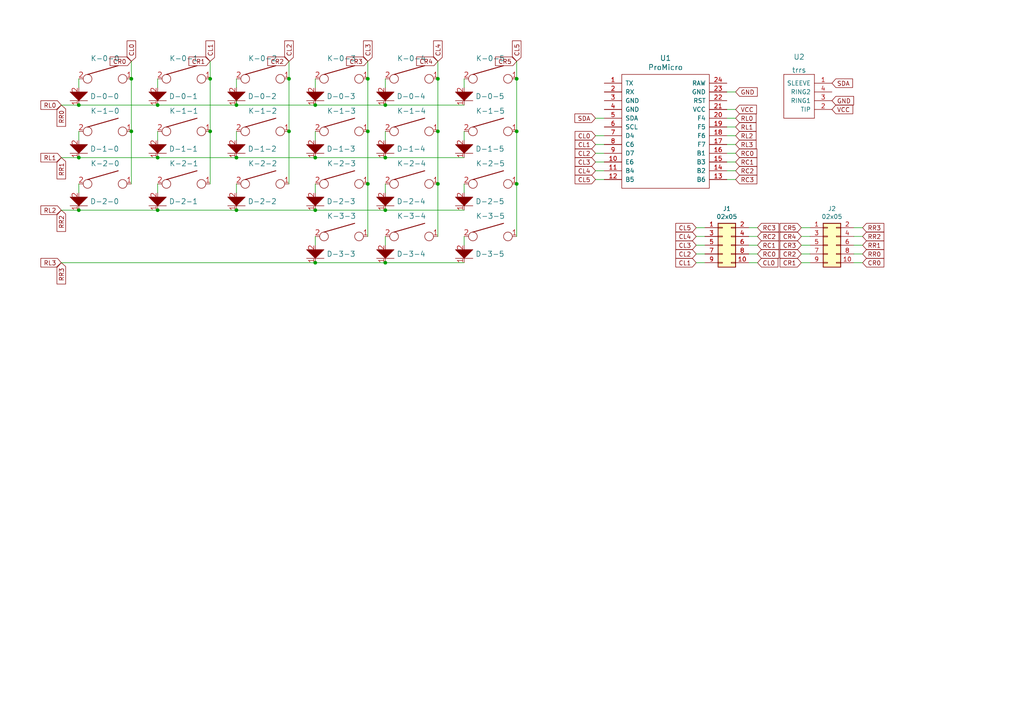
<source format=kicad_sch>
(kicad_sch (version 20211123) (generator eeschema)
  (paper "A4")
  (lib_symbols
    (symbol "keyboard-kicad-lib:trrs" (pin_names (offset 1.016))
      (property "Reference" "U" (at 0 15.24 0))
      (property "Value" "trrs" (at 0 -2.54 0))
      (symbol "trrs_0_1"
        (rectangle (start -3.81 0) (end -3.81 12.7))
        (rectangle (start -3.81 12.7) (end 5.08 12.7))
        (rectangle (start 5.08 0) (end -3.81 0))
        (rectangle (start 5.08 12.7) (end 5.08 0))
      )
      (symbol "trrs_1_1"
        (pin input line (at -8.89 2.54 0) (length 5.08) (name "SLEEVE") (number "1"))
        (pin input line (at -8.89 10.16 0) (length 5.08) (name "TIP") (number "2"))
        (pin input line (at -8.89 7.62 0) (length 5.08) (name "RING1") (number "3"))
        (pin input line (at -8.89 5.08 0) (length 5.08) (name "RING2") (number "4"))
      )
    )
    (symbol "kibod-01-rescue:D-keyboard_parts" (pin_names (offset 1.016))
      (property "Reference" "D" (at -3.81 -1.27 90))
      (symbol "D-keyboard_parts_0_1"
        (polyline (pts (xy -2.54 0) (xy 2.54 0)))
        (polyline (pts (xy 0 0) (xy -2.54 -2.54) (xy 2.54 -2.54) (xy 0 0)) (fill (type outline)))
      )
      (symbol "D-keyboard_parts_1_1"
        (pin passive line (at 0 1.27 270) (length 1.27) (name "~") (number "1"))
        (pin passive line (at 0 -3.81 90) (length 1.27) (name "~") (number "2"))
      )
    )
    (symbol "kibod-01-rescue:KEYSW-keyboard_parts" (pin_names (offset 1.016))
      (property "Reference" "K?" (at -1.27 0 0))
      (symbol "KEYSW-keyboard_parts_0_1"
        (circle (center -5.08 0) (radius 1.27))
        (polyline (pts (xy -5.08 1.27) (xy 3.81 3.81)) (stroke (width 0.254)))
        (circle (center 5.08 0) (radius 1.27))
      )
      (symbol "KEYSW-keyboard_parts_1_1"
        (pin passive line (at 7.62 0 180) (length 1.27) (name "~") (number "1"))
        (pin passive line (at -7.62 0 0) (length 1.27) (name "~") (number "2"))
      )
    )
    (symbol "kibod-01-rescue:ProMicro-promicro" (pin_names (offset 1.016))
      (property "Reference" "U" (at 0 24.13 0))
      (property "Value" "ProMicro-promicro" (at 0 -13.97 0))
      (symbol "ProMicro-promicro_0_1"
        (rectangle (start -12.7 21.59) (end 12.7 -11.43))
      )
      (symbol "ProMicro-promicro_1_1"
        (pin bidirectional line (at -17.78 19.05 0) (length 5.08) (name "TX") (number "1"))
        (pin bidirectional line (at -17.78 -3.81 0) (length 5.08) (name "E6") (number "10"))
        (pin bidirectional line (at -17.78 -6.35 0) (length 5.08) (name "B4") (number "11"))
        (pin bidirectional line (at -17.78 -8.89 0) (length 5.08) (name "B5") (number "12"))
        (pin bidirectional line (at 17.78 -8.89 180) (length 5.08) (name "B6") (number "13"))
        (pin bidirectional line (at 17.78 -6.35 180) (length 5.08) (name "B2") (number "14"))
        (pin bidirectional line (at 17.78 -3.81 180) (length 5.08) (name "B3") (number "15"))
        (pin bidirectional line (at 17.78 -1.27 180) (length 5.08) (name "B1") (number "16"))
        (pin bidirectional line (at 17.78 1.27 180) (length 5.08) (name "F7") (number "17"))
        (pin bidirectional line (at 17.78 3.81 180) (length 5.08) (name "F6") (number "18"))
        (pin bidirectional line (at 17.78 6.35 180) (length 5.08) (name "F5") (number "19"))
        (pin bidirectional line (at -17.78 16.51 0) (length 5.08) (name "RX") (number "2"))
        (pin bidirectional line (at 17.78 8.89 180) (length 5.08) (name "F4") (number "20"))
        (pin power_in line (at 17.78 11.43 180) (length 5.08) (name "VCC") (number "21"))
        (pin input line (at 17.78 13.97 180) (length 5.08) (name "RST") (number "22"))
        (pin power_in line (at 17.78 16.51 180) (length 5.08) (name "GND") (number "23"))
        (pin power_out line (at 17.78 19.05 180) (length 5.08) (name "RAW") (number "24"))
        (pin power_in line (at -17.78 13.97 0) (length 5.08) (name "GND") (number "3"))
        (pin power_in line (at -17.78 11.43 0) (length 5.08) (name "GND") (number "4"))
        (pin bidirectional line (at -17.78 8.89 0) (length 5.08) (name "SDA") (number "5"))
        (pin bidirectional line (at -17.78 6.35 0) (length 5.08) (name "SCL") (number "6"))
        (pin bidirectional line (at -17.78 3.81 0) (length 5.08) (name "D4") (number "7"))
        (pin bidirectional line (at -17.78 1.27 0) (length 5.08) (name "C6") (number "8"))
        (pin bidirectional line (at -17.78 -1.27 0) (length 5.08) (name "D7") (number "9"))
      )
    )
    (symbol "rick-kicad-lib:02x05" (pin_names (offset 1.016) hide)
      (property "Reference" "J" (at 1.27 7.62 0))
      (property "Value" "02x05" (at 1.27 -7.62 0))
      (symbol "02x05_1_1"
        (rectangle (start -1.27 -4.953) (end 0 -5.207) (stroke (width 0.1524)))
        (rectangle (start -1.27 -2.413) (end 0 -2.667) (stroke (width 0.1524)))
        (rectangle (start -1.27 0.127) (end 0 -0.127) (stroke (width 0.1524)))
        (rectangle (start -1.27 2.667) (end 0 2.413) (stroke (width 0.1524)))
        (rectangle (start -1.27 5.207) (end 0 4.953) (stroke (width 0.1524)))
        (rectangle (start -1.27 6.35) (end 3.81 -6.35) (stroke (width 0.254)) (fill (type background)))
        (rectangle (start 3.81 -4.953) (end 2.54 -5.207) (stroke (width 0.1524)))
        (rectangle (start 3.81 -2.413) (end 2.54 -2.667) (stroke (width 0.1524)))
        (rectangle (start 3.81 0.127) (end 2.54 -0.127) (stroke (width 0.1524)))
        (rectangle (start 3.81 2.667) (end 2.54 2.413) (stroke (width 0.1524)))
        (rectangle (start 3.81 5.207) (end 2.54 4.953) (stroke (width 0.1524)))
        (pin passive line (at -5.08 5.08 0) (length 3.81) (name "Pin_1") (number "1"))
        (pin passive line (at 7.62 -5.08 180) (length 3.81) (name "Pin_10") (number "10"))
        (pin passive line (at 7.62 5.08 180) (length 3.81) (name "Pin_2") (number "2"))
        (pin passive line (at -5.08 2.54 0) (length 3.81) (name "Pin_3") (number "3"))
        (pin passive line (at 7.62 2.54 180) (length 3.81) (name "Pin_4") (number "4"))
        (pin passive line (at -5.08 0 0) (length 3.81) (name "Pin_5") (number "5"))
        (pin passive line (at 7.62 0 180) (length 3.81) (name "Pin_6") (number "6"))
        (pin passive line (at -5.08 -2.54 0) (length 3.81) (name "Pin_7") (number "7"))
        (pin passive line (at 7.62 -2.54 180) (length 3.81) (name "Pin_8") (number "8"))
        (pin passive line (at -5.08 -5.08 0) (length 3.81) (name "Pin_9") (number "9"))
      )
    )
  )
  (junction (at 149.86 53.34))
  (junction (at 111.76 30.48))
  (junction (at 68.58 60.96))
  (junction (at 45.72 60.96))
  (junction (at 83.82 22.86))
  (junction (at 91.44 76.2))
  (junction (at 149.86 22.86))
  (junction (at 38.1 22.86))
  (junction (at 60.96 22.86))
  (junction (at 22.86 60.96))
  (junction (at 111.76 60.96))
  (junction (at 91.44 60.96))
  (junction (at 106.68 53.34))
  (junction (at 106.68 22.86))
  (junction (at 22.86 45.72))
  (junction (at 149.86 38.1))
  (junction (at 68.58 30.48))
  (junction (at 83.82 38.1))
  (junction (at 38.1 38.1))
  (junction (at 111.76 45.72))
  (junction (at 127 53.34))
  (junction (at 45.72 30.48))
  (junction (at 91.44 30.48))
  (junction (at 111.76 76.2))
  (junction (at 68.58 45.72))
  (junction (at 127 22.86))
  (junction (at 127 38.1))
  (junction (at 22.86 30.48))
  (junction (at 60.96 38.1))
  (junction (at 45.72 45.72))
  (junction (at 91.44 45.72))
  (junction (at 106.68 38.1))
  (wire (pts (xy 175.26 41.91) (xy 172.72 41.91)))
  (wire (pts (xy 149.86 53.34) (xy 149.86 68.58)))
  (wire (pts (xy 106.68 22.86) (xy 106.68 38.1)))
  (wire (pts (xy 22.86 53.34) (xy 22.86 55.88)))
  (wire (pts (xy 22.86 22.86) (xy 22.86 25.4)))
  (wire (pts (xy 83.82 17.78) (xy 83.82 22.86)))
  (wire (pts (xy 213.36 52.07) (xy 210.82 52.07)))
  (wire (pts (xy 111.76 22.86) (xy 111.76 25.4)))
  (wire (pts (xy 111.76 38.1) (xy 111.76 40.64)))
  (wire (pts (xy 111.76 68.58) (xy 111.76 71.12)))
  (wire (pts (xy 210.82 49.53) (xy 213.36 49.53)))
  (wire (pts (xy 45.72 53.34) (xy 45.72 55.88)))
  (wire (pts (xy 234.95 76.2) (xy 232.41 76.2)))
  (wire (pts (xy 213.36 31.75) (xy 210.82 31.75)))
  (wire (pts (xy 60.96 38.1) (xy 60.96 53.34)))
  (wire (pts (xy 234.95 71.12) (xy 232.41 71.12)))
  (wire (pts (xy 250.19 71.12) (xy 247.65 71.12)))
  (wire (pts (xy 91.44 60.96) (xy 111.76 60.96)))
  (wire (pts (xy 45.72 60.96) (xy 68.58 60.96)))
  (wire (pts (xy 45.72 30.48) (xy 68.58 30.48)))
  (wire (pts (xy 149.86 17.78) (xy 149.86 22.86)))
  (wire (pts (xy 213.36 41.91) (xy 210.82 41.91)))
  (wire (pts (xy 91.44 68.58) (xy 91.44 71.12)))
  (wire (pts (xy 91.44 76.2) (xy 111.76 76.2)))
  (wire (pts (xy 45.72 38.1) (xy 45.72 40.64)))
  (wire (pts (xy 172.72 52.07) (xy 175.26 52.07)))
  (wire (pts (xy 83.82 22.86) (xy 83.82 38.1)))
  (wire (pts (xy 106.68 53.34) (xy 106.68 68.58)))
  (wire (pts (xy 68.58 22.86) (xy 68.58 25.4)))
  (wire (pts (xy 134.62 68.58) (xy 134.62 71.12)))
  (wire (pts (xy 106.68 53.34) (xy 106.68 38.1)))
  (wire (pts (xy 91.44 53.34) (xy 91.44 55.88)))
  (wire (pts (xy 17.78 76.2) (xy 91.44 76.2)))
  (wire (pts (xy 111.76 53.34) (xy 111.76 55.88)))
  (wire (pts (xy 219.71 66.04) (xy 217.17 66.04)))
  (wire (pts (xy 68.58 60.96) (xy 91.44 60.96)))
  (wire (pts (xy 217.17 73.66) (xy 219.71 73.66)))
  (wire (pts (xy 172.72 49.53) (xy 175.26 49.53)))
  (wire (pts (xy 111.76 76.2) (xy 134.62 76.2)))
  (wire (pts (xy 17.78 30.48) (xy 22.86 30.48)))
  (wire (pts (xy 127 38.1) (xy 127 53.34)))
  (wire (pts (xy 210.82 44.45) (xy 213.36 44.45)))
  (wire (pts (xy 219.71 76.2) (xy 217.17 76.2)))
  (wire (pts (xy 172.72 34.29) (xy 175.26 34.29)))
  (wire (pts (xy 91.44 30.48) (xy 111.76 30.48)))
  (wire (pts (xy 201.93 68.58) (xy 204.47 68.58)))
  (wire (pts (xy 38.1 53.34) (xy 38.1 38.1)))
  (wire (pts (xy 83.82 53.34) (xy 83.82 38.1)))
  (wire (pts (xy 250.19 66.04) (xy 247.65 66.04)))
  (wire (pts (xy 111.76 30.48) (xy 134.62 30.48)))
  (wire (pts (xy 91.44 45.72) (xy 111.76 45.72)))
  (wire (pts (xy 22.86 38.1) (xy 22.86 40.64)))
  (wire (pts (xy 127 17.78) (xy 127 22.86)))
  (wire (pts (xy 219.71 71.12) (xy 217.17 71.12)))
  (wire (pts (xy 172.72 44.45) (xy 175.26 44.45)))
  (wire (pts (xy 213.36 46.99) (xy 210.82 46.99)))
  (wire (pts (xy 134.62 22.86) (xy 134.62 25.4)))
  (wire (pts (xy 149.86 38.1) (xy 149.86 53.34)))
  (wire (pts (xy 22.86 60.96) (xy 17.78 60.96)))
  (wire (pts (xy 149.86 22.86) (xy 149.86 38.1)))
  (wire (pts (xy 106.68 17.78) (xy 106.68 22.86)))
  (wire (pts (xy 175.26 46.99) (xy 172.72 46.99)))
  (wire (pts (xy 134.62 53.34) (xy 134.62 55.88)))
  (wire (pts (xy 172.72 39.37) (xy 175.26 39.37)))
  (wire (pts (xy 22.86 30.48) (xy 45.72 30.48)))
  (wire (pts (xy 213.36 36.83) (xy 210.82 36.83)))
  (wire (pts (xy 134.62 38.1) (xy 134.62 40.64)))
  (wire (pts (xy 22.86 45.72) (xy 17.78 45.72)))
  (wire (pts (xy 204.47 66.04) (xy 201.93 66.04)))
  (wire (pts (xy 250.19 68.58) (xy 247.65 68.58)))
  (wire (pts (xy 38.1 22.86) (xy 38.1 17.78)))
  (wire (pts (xy 232.41 73.66) (xy 234.95 73.66)))
  (wire (pts (xy 204.47 71.12) (xy 201.93 71.12)))
  (wire (pts (xy 127 22.86) (xy 127 38.1)))
  (wire (pts (xy 91.44 38.1) (xy 91.44 40.64)))
  (wire (pts (xy 201.93 73.66) (xy 204.47 73.66)))
  (wire (pts (xy 250.19 76.2) (xy 247.65 76.2)))
  (wire (pts (xy 204.47 76.2) (xy 201.93 76.2)))
  (wire (pts (xy 68.58 29.21) (xy 68.58 30.48)))
  (wire (pts (xy 210.82 39.37) (xy 213.36 39.37)))
  (wire (pts (xy 45.72 22.86) (xy 45.72 25.4)))
  (wire (pts (xy 217.17 68.58) (xy 219.71 68.58)))
  (wire (pts (xy 91.44 45.72) (xy 68.58 45.72)))
  (wire (pts (xy 38.1 22.86) (xy 38.1 38.1)))
  (wire (pts (xy 127 53.34) (xy 127 68.58)))
  (wire (pts (xy 111.76 60.96) (xy 134.62 60.96)))
  (wire (pts (xy 111.76 45.72) (xy 134.62 45.72)))
  (wire (pts (xy 60.96 22.86) (xy 60.96 38.1)))
  (wire (pts (xy 234.95 66.04) (xy 232.41 66.04)))
  (wire (pts (xy 68.58 53.34) (xy 68.58 55.88)))
  (wire (pts (xy 60.96 22.86) (xy 60.96 17.78)))
  (wire (pts (xy 232.41 68.58) (xy 234.95 68.58)))
  (wire (pts (xy 22.86 45.72) (xy 45.72 45.72)))
  (wire (pts (xy 91.44 22.86) (xy 91.44 25.4)))
  (wire (pts (xy 210.82 34.29) (xy 213.36 34.29)))
  (wire (pts (xy 68.58 38.1) (xy 68.58 40.64)))
  (wire (pts (xy 45.72 45.72) (xy 68.58 45.72)))
  (wire (pts (xy 22.86 60.96) (xy 45.72 60.96)))
  (wire (pts (xy 250.19 73.66) (xy 247.65 73.66)))
  (wire (pts (xy 68.58 30.48) (xy 91.44 30.48)))
  (wire (pts (xy 210.82 26.67) (xy 213.36 26.67)))
  (global_label "RR0" (shape input) (at 250.19 73.66 0) (property "Intersheet References" "${INTERSHEET_REFS}" (effects hide)))
  (global_label "RL3" (shape input) (at 213.36 41.91 0) (property "Intersheet References" "${INTERSHEET_REFS}" (effects hide)))
  (global_label "RL2" (shape input) (at 17.78 60.96 180) (property "Intersheet References" "${INTERSHEET_REFS}" (effects hide)))
  (global_label "RR3" (shape input) (at 17.78 76.2 270) (property "Intersheet References" "${INTERSHEET_REFS}" (effects hide)))
  (global_label "CR1" (shape input) (at 232.41 76.2 180) (property "Intersheet References" "${INTERSHEET_REFS}" (effects hide)))
  (global_label "RL1" (shape input) (at 213.36 36.83 0) (property "Intersheet References" "${INTERSHEET_REFS}" (effects hide)))
  (global_label "CR3" (shape input) (at 106.68 17.78 180) (property "Intersheet References" "${INTERSHEET_REFS}" (effects hide)))
  (global_label "CR0" (shape input) (at 38.1 17.78 180) (property "Intersheet References" "${INTERSHEET_REFS}" (effects hide)))
  (global_label "CR2" (shape input) (at 83.82 17.78 180) (property "Intersheet References" "${INTERSHEET_REFS}" (effects hide)))
  (global_label "RL2" (shape input) (at 213.36 39.37 0) (property "Intersheet References" "${INTERSHEET_REFS}" (effects hide)))
  (global_label "GND" (shape input) (at 241.3 29.21 0) (property "Intersheet References" "${INTERSHEET_REFS}" (effects hide)))
  (global_label "CL5" (shape input) (at 201.93 66.04 180) (property "Intersheet References" "${INTERSHEET_REFS}" (effects hide)))
  (global_label "RR3" (shape input) (at 250.19 66.04 0) (property "Intersheet References" "${INTERSHEET_REFS}" (effects hide)))
  (global_label "CR4" (shape input) (at 127 17.78 180) (property "Intersheet References" "${INTERSHEET_REFS}" (effects hide)))
  (global_label "CR5" (shape input) (at 149.86 17.78 180) (property "Intersheet References" "${INTERSHEET_REFS}" (effects hide)))
  (global_label "CL2" (shape input) (at 172.72 44.45 180) (property "Intersheet References" "${INTERSHEET_REFS}" (effects hide)))
  (global_label "CL3" (shape input) (at 201.93 71.12 180) (property "Intersheet References" "${INTERSHEET_REFS}" (effects hide)))
  (global_label "RC0" (shape input) (at 213.36 44.45 0) (property "Intersheet References" "${INTERSHEET_REFS}" (effects hide)))
  (global_label "CL1" (shape input) (at 60.96 17.78 90) (property "Intersheet References" "${INTERSHEET_REFS}" (effects hide)))
  (global_label "CL0" (shape input) (at 38.1 17.78 90) (property "Intersheet References" "${INTERSHEET_REFS}" (effects hide)))
  (global_label "CR3" (shape input) (at 232.41 71.12 180) (property "Intersheet References" "${INTERSHEET_REFS}" (effects hide)))
  (global_label "VCC" (shape input) (at 241.3 31.75 0) (property "Intersheet References" "${INTERSHEET_REFS}" (effects hide)))
  (global_label "CR1" (shape input) (at 60.96 17.78 180) (property "Intersheet References" "${INTERSHEET_REFS}" (effects hide)))
  (global_label "RR2" (shape input) (at 17.78 60.96 270) (property "Intersheet References" "${INTERSHEET_REFS}" (effects hide)))
  (global_label "RR0" (shape input) (at 17.78 30.48 270) (property "Intersheet References" "${INTERSHEET_REFS}" (effects hide)))
  (global_label "CL1" (shape input) (at 201.93 76.2 180) (property "Intersheet References" "${INTERSHEET_REFS}" (effects hide)))
  (global_label "CL5" (shape input) (at 149.86 17.78 90) (property "Intersheet References" "${INTERSHEET_REFS}" (effects hide)))
  (global_label "CL3" (shape input) (at 106.68 17.78 90) (property "Intersheet References" "${INTERSHEET_REFS}" (effects hide)))
  (global_label "RC0" (shape input) (at 219.71 73.66 0) (property "Intersheet References" "${INTERSHEET_REFS}" (effects hide)))
  (global_label "VCC" (shape input) (at 213.36 31.75 0) (property "Intersheet References" "${INTERSHEET_REFS}" (effects hide)))
  (global_label "CL2" (shape input) (at 201.93 73.66 180) (property "Intersheet References" "${INTERSHEET_REFS}" (effects hide)))
  (global_label "CR4" (shape input) (at 232.41 68.58 180) (property "Intersheet References" "${INTERSHEET_REFS}" (effects hide)))
  (global_label "CL2" (shape input) (at 83.82 17.78 90) (property "Intersheet References" "${INTERSHEET_REFS}" (effects hide)))
  (global_label "SDA" (shape input) (at 172.72 34.29 180) (property "Intersheet References" "${INTERSHEET_REFS}" (effects hide)))
  (global_label "CL0" (shape input) (at 219.71 76.2 0) (property "Intersheet References" "${INTERSHEET_REFS}" (effects hide)))
  (global_label "SDA" (shape input) (at 241.3 24.13 0) (property "Intersheet References" "${INTERSHEET_REFS}" (effects hide)))
  (global_label "CL1" (shape input) (at 172.72 41.91 180) (property "Intersheet References" "${INTERSHEET_REFS}" (effects hide)))
  (global_label "CR2" (shape input) (at 232.41 73.66 180) (property "Intersheet References" "${INTERSHEET_REFS}" (effects hide)))
  (global_label "RL3" (shape input) (at 17.78 76.2 180) (property "Intersheet References" "${INTERSHEET_REFS}" (effects hide)))
  (global_label "RC2" (shape input) (at 213.36 49.53 0) (property "Intersheet References" "${INTERSHEET_REFS}" (effects hide)))
  (global_label "RL0" (shape input) (at 17.78 30.48 180) (property "Intersheet References" "${INTERSHEET_REFS}" (effects hide)))
  (global_label "CL3" (shape input) (at 172.72 46.99 180) (property "Intersheet References" "${INTERSHEET_REFS}" (effects hide)))
  (global_label "CL0" (shape input) (at 172.72 39.37 180) (property "Intersheet References" "${INTERSHEET_REFS}" (effects hide)))
  (global_label "CL4" (shape input) (at 172.72 49.53 180) (property "Intersheet References" "${INTERSHEET_REFS}" (effects hide)))
  (global_label "RC3" (shape input) (at 213.36 52.07 0) (property "Intersheet References" "${INTERSHEET_REFS}" (effects hide)))
  (global_label "RC2" (shape input) (at 219.71 68.58 0) (property "Intersheet References" "${INTERSHEET_REFS}" (effects hide)))
  (global_label "RL0" (shape input) (at 213.36 34.29 0) (property "Intersheet References" "${INTERSHEET_REFS}" (effects hide)))
  (global_label "RR1" (shape input) (at 250.19 71.12 0) (property "Intersheet References" "${INTERSHEET_REFS}" (effects hide)))
  (global_label "RR2" (shape input) (at 250.19 68.58 0) (property "Intersheet References" "${INTERSHEET_REFS}" (effects hide)))
  (global_label "CL5" (shape input) (at 172.72 52.07 180) (property "Intersheet References" "${INTERSHEET_REFS}" (effects hide)))
  (global_label "RC3" (shape input) (at 219.71 66.04 0) (property "Intersheet References" "${INTERSHEET_REFS}" (effects hide)))
  (global_label "RL1" (shape input) (at 17.78 45.72 180) (property "Intersheet References" "${INTERSHEET_REFS}" (effects hide)))
  (global_label "GND" (shape input) (at 213.36 26.67 0) (property "Intersheet References" "${INTERSHEET_REFS}" (effects hide)))
  (global_label "CR5" (shape input) (at 232.41 66.04 180) (property "Intersheet References" "${INTERSHEET_REFS}" (effects hide)))
  (global_label "RR1" (shape input) (at 17.78 45.72 270) (property "Intersheet References" "${INTERSHEET_REFS}" (effects hide)))
  (global_label "CL4" (shape input) (at 201.93 68.58 180) (property "Intersheet References" "${INTERSHEET_REFS}" (effects hide)))
  (global_label "RC1" (shape input) (at 213.36 46.99 0) (property "Intersheet References" "${INTERSHEET_REFS}" (effects hide)))
  (global_label "CL4" (shape input) (at 127 17.78 90) (property "Intersheet References" "${INTERSHEET_REFS}" (effects hide)))
  (global_label "CR0" (shape input) (at 250.19 76.2 0) (property "Intersheet References" "${INTERSHEET_REFS}" (effects hide)))
  (global_label "RC1" (shape input) (at 219.71 71.12 0) (property "Intersheet References" "${INTERSHEET_REFS}" (effects hide)))
  (symbol (lib_id "kibod-01-rescue:KEYSW-keyboard_parts") (at 30.48 22.86 0) (unit 1)
    (property "Reference" "K-0-0" (at 30.48 16.9418 0) (effects (font (size 1.524 1.524))))
    (property "Value" "KEYSW" (effects hide))
    (property "Footprint" "footprints:100-dual-socket" (effects hide))
  )
  (symbol (lib_id "kibod-01-rescue:D-keyboard_parts") (at 22.86 29.21 180) (unit 1)
    (property "Reference" "D-0-0" (at 26.1112 27.94 0) (effects (font (size 1.524 1.524)) (justify right)))
    (property "Value" "D" (effects hide))
    (property "Footprint" "footprints:diode-vertical" (effects hide))
  )
  (symbol (lib_id "kibod-01-rescue:KEYSW-keyboard_parts") (at 53.34 22.86 0) (unit 1)
    (property "Reference" "K-0-1" (at 53.34 16.9418 0) (effects (font (size 1.524 1.524))))
    (property "Value" "KEYSW" (effects hide))
    (property "Footprint" "footprints:100-dual-socket" (effects hide))
  )
  (symbol (lib_id "kibod-01-rescue:D-keyboard_parts") (at 45.72 29.21 180) (unit 1)
    (property "Reference" "D-0-1" (at 48.9712 27.94 0) (effects (font (size 1.524 1.524)) (justify right)))
    (property "Value" "D" (effects hide))
    (property "Footprint" "footprints:diode-vertical" (effects hide))
  )
  (symbol (lib_id "kibod-01-rescue:KEYSW-keyboard_parts") (at 30.48 38.1 0) (unit 1)
    (property "Reference" "K-1-0" (at 30.48 32.1818 0) (effects (font (size 1.524 1.524))))
    (property "Value" "KEYSW" (effects hide))
    (property "Footprint" "footprints:100-dual-socket" (effects hide))
  )
  (symbol (lib_id "kibod-01-rescue:D-keyboard_parts") (at 22.86 44.45 180) (unit 1)
    (property "Reference" "D-1-0" (at 26.1112 43.18 0) (effects (font (size 1.524 1.524)) (justify right)))
    (property "Value" "D" (effects hide))
    (property "Footprint" "footprints:diode-vertical" (effects hide))
  )
  (symbol (lib_id "kibod-01-rescue:KEYSW-keyboard_parts") (at 53.34 38.1 0) (unit 1)
    (property "Reference" "K-1-1" (at 53.34 32.1818 0) (effects (font (size 1.524 1.524))))
    (property "Value" "KEYSW" (effects hide))
    (property "Footprint" "footprints:100-dual-socket" (effects hide))
  )
  (symbol (lib_id "kibod-01-rescue:D-keyboard_parts") (at 45.72 44.45 180) (unit 1)
    (property "Reference" "D-1-1" (at 48.9712 43.18 0) (effects (font (size 1.524 1.524)) (justify right)))
    (property "Value" "D" (effects hide))
    (property "Footprint" "footprints:diode-vertical" (effects hide))
  )
  (symbol (lib_id "kibod-01-rescue:KEYSW-keyboard_parts") (at 76.2 22.86 0) (unit 1)
    (property "Reference" "K-0-2" (at 76.2 16.9418 0) (effects (font (size 1.524 1.524))))
    (property "Value" "KEYSW" (effects hide))
    (property "Footprint" "footprints:100-dual-socket" (effects hide))
  )
  (symbol (lib_id "kibod-01-rescue:D-keyboard_parts") (at 68.58 29.21 180) (unit 1)
    (property "Reference" "D-0-2" (at 71.8312 27.94 0) (effects (font (size 1.524 1.524)) (justify right)))
    (property "Value" "D" (effects hide))
    (property "Footprint" "footprints:diode-vertical" (effects hide))
  )
  (symbol (lib_id "kibod-01-rescue:KEYSW-keyboard_parts") (at 99.06 22.86 0) (unit 1)
    (property "Reference" "K-0-3" (at 99.06 16.9418 0) (effects (font (size 1.524 1.524))))
    (property "Value" "KEYSW" (effects hide))
    (property "Footprint" "footprints:100-dual-socket" (effects hide))
  )
  (symbol (lib_id "kibod-01-rescue:D-keyboard_parts") (at 91.44 29.21 180) (unit 1)
    (property "Reference" "D-0-3" (at 94.6912 27.94 0) (effects (font (size 1.524 1.524)) (justify right)))
    (property "Value" "D" (effects hide))
    (property "Footprint" "footprints:diode-vertical" (effects hide))
  )
  (symbol (lib_id "kibod-01-rescue:KEYSW-keyboard_parts") (at 76.2 38.1 0) (unit 1)
    (property "Reference" "K-1-2" (at 76.2 32.1818 0) (effects (font (size 1.524 1.524))))
    (property "Value" "KEYSW" (effects hide))
    (property "Footprint" "footprints:100-dual-socket" (effects hide))
  )
  (symbol (lib_id "kibod-01-rescue:D-keyboard_parts") (at 68.58 44.45 180) (unit 1)
    (property "Reference" "D-1-2" (at 71.8312 43.18 0) (effects (font (size 1.524 1.524)) (justify right)))
    (property "Value" "D" (effects hide))
    (property "Footprint" "footprints:diode-vertical" (effects hide))
  )
  (symbol (lib_id "kibod-01-rescue:KEYSW-keyboard_parts") (at 99.06 38.1 0) (unit 1)
    (property "Reference" "K-1-3" (at 99.06 32.1818 0) (effects (font (size 1.524 1.524))))
    (property "Value" "KEYSW" (effects hide))
    (property "Footprint" "footprints:100-dual-socket" (effects hide))
  )
  (symbol (lib_id "kibod-01-rescue:D-keyboard_parts") (at 91.44 44.45 180) (unit 1)
    (property "Reference" "D-1-3" (at 94.6912 43.18 0) (effects (font (size 1.524 1.524)) (justify right)))
    (property "Value" "D" (effects hide))
    (property "Footprint" "footprints:diode-vertical" (effects hide))
  )
  (symbol (lib_id "kibod-01-rescue:KEYSW-keyboard_parts") (at 30.48 53.34 0) (unit 1)
    (property "Reference" "K-2-0" (at 30.48 47.4218 0) (effects (font (size 1.524 1.524))))
    (property "Value" "KEYSW" (effects hide))
    (property "Footprint" "footprints:100-dual-socket" (effects hide))
  )
  (symbol (lib_id "kibod-01-rescue:D-keyboard_parts") (at 22.86 59.69 180) (unit 1)
    (property "Reference" "D-2-0" (at 26.1112 58.42 0) (effects (font (size 1.524 1.524)) (justify right)))
    (property "Value" "D" (effects hide))
    (property "Footprint" "footprints:diode-vertical" (effects hide))
  )
  (symbol (lib_id "kibod-01-rescue:KEYSW-keyboard_parts") (at 53.34 53.34 0) (unit 1)
    (property "Reference" "K-2-1" (at 53.34 47.4218 0) (effects (font (size 1.524 1.524))))
    (property "Value" "KEYSW" (effects hide))
    (property "Footprint" "footprints:100-dual-socket" (effects hide))
  )
  (symbol (lib_id "kibod-01-rescue:D-keyboard_parts") (at 45.72 59.69 180) (unit 1)
    (property "Reference" "D-2-1" (at 48.9712 58.42 0) (effects (font (size 1.524 1.524)) (justify right)))
    (property "Value" "D" (effects hide))
    (property "Footprint" "footprints:diode-vertical" (effects hide))
  )
  (symbol (lib_id "kibod-01-rescue:KEYSW-keyboard_parts") (at 142.24 68.58 0) (unit 1)
    (property "Reference" "K-3-5" (at 142.24 62.6618 0) (effects (font (size 1.524 1.524))))
    (property "Value" "KEYSW" (effects hide))
    (property "Footprint" "footprints:100-dual-socket" (effects hide))
  )
  (symbol (lib_id "kibod-01-rescue:D-keyboard_parts") (at 134.62 74.93 180) (unit 1)
    (property "Reference" "D-3-5" (at 137.8712 73.66 0) (effects (font (size 1.524 1.524)) (justify right)))
    (property "Value" "D" (effects hide))
    (property "Footprint" "footprints:diode-vertical" (effects hide))
  )
  (symbol (lib_id "kibod-01-rescue:KEYSW-keyboard_parts") (at 76.2 53.34 0) (unit 1)
    (property "Reference" "K-2-2" (at 76.2 47.4218 0) (effects (font (size 1.524 1.524))))
    (property "Value" "KEYSW" (effects hide))
    (property "Footprint" "footprints:100-dual-socket" (effects hide))
  )
  (symbol (lib_id "kibod-01-rescue:D-keyboard_parts") (at 68.58 59.69 180) (unit 1)
    (property "Reference" "D-2-2" (at 71.8312 58.42 0) (effects (font (size 1.524 1.524)) (justify right)))
    (property "Value" "D" (effects hide))
    (property "Footprint" "footprints:diode-vertical" (effects hide))
  )
  (symbol (lib_id "kibod-01-rescue:KEYSW-keyboard_parts") (at 99.06 53.34 0) (unit 1)
    (property "Reference" "K-2-3" (at 99.06 47.4218 0) (effects (font (size 1.524 1.524))))
    (property "Value" "KEYSW" (effects hide))
    (property "Footprint" "footprints:100-dual-socket" (effects hide))
  )
  (symbol (lib_id "kibod-01-rescue:D-keyboard_parts") (at 91.44 59.69 180) (unit 1)
    (property "Reference" "D-2-3" (at 94.6912 58.42 0) (effects (font (size 1.524 1.524)) (justify right)))
    (property "Value" "D" (effects hide))
    (property "Footprint" "footprints:diode-vertical" (effects hide))
  )
  (symbol (lib_id "kibod-01-rescue:KEYSW-keyboard_parts") (at 119.38 22.86 0) (unit 1)
    (property "Reference" "K-0-4" (at 119.38 16.9418 0) (effects (font (size 1.524 1.524))))
    (property "Value" "KEYSW" (effects hide))
    (property "Footprint" "footprints:100-dual-socket" (effects hide))
  )
  (symbol (lib_id "kibod-01-rescue:D-keyboard_parts") (at 111.76 29.21 180) (unit 1)
    (property "Reference" "D-0-4" (at 115.0112 27.94 0) (effects (font (size 1.524 1.524)) (justify right)))
    (property "Value" "D" (effects hide))
    (property "Footprint" "footprints:diode-vertical" (effects hide))
  )
  (symbol (lib_id "kibod-01-rescue:KEYSW-keyboard_parts") (at 142.24 22.86 0) (unit 1)
    (property "Reference" "K-0-5" (at 142.24 16.9418 0) (effects (font (size 1.524 1.524))))
    (property "Value" "KEYSW" (effects hide))
    (property "Footprint" "footprints:100-dual-socket" (effects hide))
  )
  (symbol (lib_id "kibod-01-rescue:D-keyboard_parts") (at 134.62 29.21 180) (unit 1)
    (property "Reference" "D-0-5" (at 137.8712 27.94 0) (effects (font (size 1.524 1.524)) (justify right)))
    (property "Value" "D" (effects hide))
    (property "Footprint" "footprints:diode-vertical" (effects hide))
  )
  (symbol (lib_id "kibod-01-rescue:KEYSW-keyboard_parts") (at 119.38 38.1 0) (unit 1)
    (property "Reference" "K-1-4" (at 119.38 32.1818 0) (effects (font (size 1.524 1.524))))
    (property "Value" "KEYSW" (effects hide))
    (property "Footprint" "footprints:100-dual-socket" (effects hide))
  )
  (symbol (lib_id "kibod-01-rescue:D-keyboard_parts") (at 111.76 44.45 180) (unit 1)
    (property "Reference" "D-1-4" (at 115.0112 43.18 0) (effects (font (size 1.524 1.524)) (justify right)))
    (property "Value" "D" (effects hide))
    (property "Footprint" "footprints:diode-vertical" (effects hide))
  )
  (symbol (lib_id "kibod-01-rescue:KEYSW-keyboard_parts") (at 142.24 38.1 0) (unit 1)
    (property "Reference" "K-1-5" (at 142.24 32.1818 0) (effects (font (size 1.524 1.524))))
    (property "Value" "KEYSW" (effects hide))
    (property "Footprint" "footprints:100-dual-socket" (effects hide))
  )
  (symbol (lib_id "kibod-01-rescue:D-keyboard_parts") (at 134.62 44.45 180) (unit 1)
    (property "Reference" "D-1-5" (at 137.8712 43.18 0) (effects (font (size 1.524 1.524)) (justify right)))
    (property "Value" "D" (effects hide))
    (property "Footprint" "footprints:diode-vertical" (effects hide))
  )
  (symbol (lib_id "kibod-01-rescue:KEYSW-keyboard_parts") (at 119.38 53.34 0) (unit 1)
    (property "Reference" "K-2-4" (at 119.38 47.4218 0) (effects (font (size 1.524 1.524))))
    (property "Value" "KEYSW" (effects hide))
    (property "Footprint" "footprints:100-dual-socket" (effects hide))
  )
  (symbol (lib_id "kibod-01-rescue:D-keyboard_parts") (at 111.76 59.69 180) (unit 1)
    (property "Reference" "D-2-4" (at 115.0112 58.42 0) (effects (font (size 1.524 1.524)) (justify right)))
    (property "Value" "D" (effects hide))
    (property "Footprint" "footprints:diode-vertical" (effects hide))
  )
  (symbol (lib_id "kibod-01-rescue:KEYSW-keyboard_parts") (at 142.24 53.34 0) (unit 1)
    (property "Reference" "K-2-5" (at 142.24 47.4218 0) (effects (font (size 1.524 1.524))))
    (property "Value" "KEYSW" (effects hide))
    (property "Footprint" "footprints:100-dual-socket" (effects hide))
  )
  (symbol (lib_id "kibod-01-rescue:D-keyboard_parts") (at 134.62 59.69 180) (unit 1)
    (property "Reference" "D-2-5" (at 137.8712 58.42 0) (effects (font (size 1.524 1.524)) (justify right)))
    (property "Value" "D" (effects hide))
    (property "Footprint" "footprints:diode-vertical" (effects hide))
  )
  (symbol (lib_id "kibod-01-rescue:KEYSW-keyboard_parts") (at 99.06 68.58 0) (unit 1)
    (property "Reference" "K-3-3" (at 99.06 62.6618 0) (effects (font (size 1.524 1.524))))
    (property "Value" "KEYSW" (effects hide))
    (property "Footprint" "footprints:100-dual-socket" (effects hide))
  )
  (symbol (lib_id "kibod-01-rescue:D-keyboard_parts") (at 91.44 74.93 180) (unit 1)
    (property "Reference" "D-3-3" (at 94.6912 73.66 0) (effects (font (size 1.524 1.524)) (justify right)))
    (property "Value" "D" (effects hide))
    (property "Footprint" "footprints:diode-vertical" (effects hide))
  )
  (symbol (lib_id "kibod-01-rescue:KEYSW-keyboard_parts") (at 119.38 68.58 0) (unit 1)
    (property "Reference" "K-3-4" (at 119.38 62.6618 0) (effects (font (size 1.524 1.524))))
    (property "Value" "KEYSW" (effects hide))
    (property "Footprint" "footprints:100-dual-socket" (effects hide))
  )
  (symbol (lib_id "kibod-01-rescue:D-keyboard_parts") (at 111.76 74.93 180) (unit 1)
    (property "Reference" "D-3-4" (at 115.0112 73.66 0) (effects (font (size 1.524 1.524)) (justify right)))
    (property "Value" "D" (effects hide))
    (property "Footprint" "footprints:diode-vertical" (effects hide))
  )
  (symbol (lib_id "kibod-01-rescue:ProMicro-promicro") (at 193.04 43.18 0) (unit 1)
    (property "Reference" "U1" (at 193.04 16.8402 0) (effects (font (size 1.524 1.524))))
    (property "Value" "ProMicro" (at 193.04 19.5326 0) (effects (font (size 1.524 1.524))))
    (property "Footprint" "footprints:promicro" (effects hide))
  )
  (symbol (lib_id "rick-kicad-lib:02x05") (at 240.03 71.12 0) (unit 1)
    (property "Reference" "J2" (at 241.3 60.5282 0))
    (property "Value" "02x05" (at 241.3 62.8396 0))
    (property "Footprint" "footprints:connector-shrouded" (effects hide))
  )
  (symbol (lib_id "rick-kicad-lib:02x05") (at 209.55 71.12 0) (unit 1)
    (property "Reference" "J1" (at 210.82 60.5282 0))
    (property "Value" "02x05" (at 210.82 62.8396 0))
    (property "Footprint" "footprints:connector-shrouded" (effects hide))
  )
  (symbol (lib_id "keyboard-kicad-lib:trrs") (at 232.41 21.59 180) (unit 1)
    (property "Reference" "U2" (at 231.775 16.51 0) (effects (font (size 1.524 1.524))))
    (property "Value" "trrs" (at 231.775 20.32 0) (effects (font (size 1.524 1.524))))
    (property "Footprint" "footprintsGlobal:trrs" (effects hide))
  )
)
</source>
